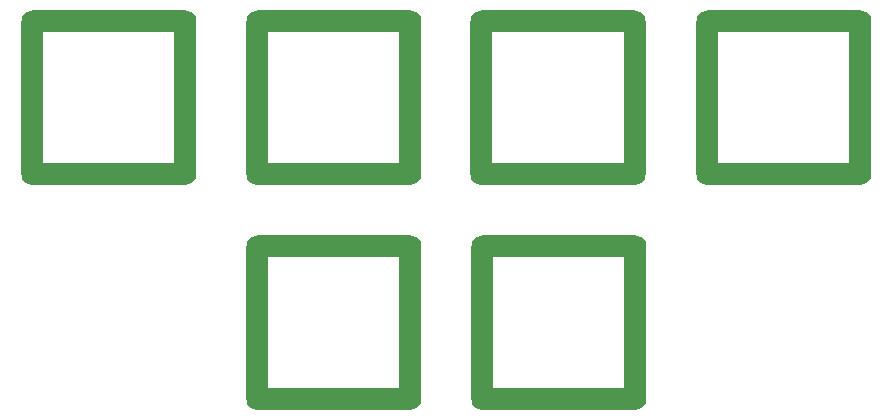
<source format=gbs>
G04 #@! TF.GenerationSoftware,KiCad,Pcbnew,8.0.5*
G04 #@! TF.CreationDate,2024-09-18T06:56:01+09:00*
G04 #@! TF.ProjectId,SandyLP_Plate_Top,53616e64-794c-4505-9f50-6c6174655f54,v.0*
G04 #@! TF.SameCoordinates,Original*
G04 #@! TF.FileFunction,Soldermask,Bot*
G04 #@! TF.FilePolarity,Negative*
%FSLAX46Y46*%
G04 Gerber Fmt 4.6, Leading zero omitted, Abs format (unit mm)*
G04 Created by KiCad (PCBNEW 8.0.5) date 2024-09-18 06:56:01*
%MOMM*%
%LPD*%
G01*
G04 APERTURE LIST*
G04 Aperture macros list*
%AMRoundRect*
0 Rectangle with rounded corners*
0 $1 Rounding radius*
0 $2 $3 $4 $5 $6 $7 $8 $9 X,Y pos of 4 corners*
0 Add a 4 corners polygon primitive as box body*
4,1,4,$2,$3,$4,$5,$6,$7,$8,$9,$2,$3,0*
0 Add four circle primitives for the rounded corners*
1,1,$1+$1,$2,$3*
1,1,$1+$1,$4,$5*
1,1,$1+$1,$6,$7*
1,1,$1+$1,$8,$9*
0 Add four rect primitives between the rounded corners*
20,1,$1+$1,$2,$3,$4,$5,0*
20,1,$1+$1,$4,$5,$6,$7,0*
20,1,$1+$1,$6,$7,$8,$9,0*
20,1,$1+$1,$8,$9,$2,$3,0*%
G04 Aperture macros list end*
%ADD10RoundRect,0.900000X0.000010X-6.500000X0.000010X6.500000X-0.000010X6.500000X-0.000010X-6.500000X0*%
%ADD11RoundRect,0.900000X-6.500000X-0.000010X6.500000X-0.000010X6.500000X0.000010X-6.500000X0.000010X0*%
G04 APERTURE END LIST*
D10*
X161005310Y-46053405D03*
D11*
X167505310Y-39553405D03*
X167505310Y-52553405D03*
D10*
X174005310Y-46053405D03*
X160933435Y-27003405D03*
D11*
X167433435Y-20503405D03*
X167433435Y-33503405D03*
D10*
X173933435Y-27003405D03*
X122905310Y-27003405D03*
D11*
X129405310Y-20503405D03*
X129405310Y-33503405D03*
D10*
X135905310Y-27003405D03*
X141955310Y-46053405D03*
D11*
X148455310Y-39553405D03*
X148455310Y-52553405D03*
D10*
X154955310Y-46053405D03*
X141955310Y-27003405D03*
D11*
X148455310Y-20503405D03*
X148455310Y-33503405D03*
D10*
X154955310Y-27003405D03*
X180055310Y-27003405D03*
D11*
X186555310Y-20503405D03*
X186555310Y-33503405D03*
D10*
X193055310Y-27003405D03*
M02*

</source>
